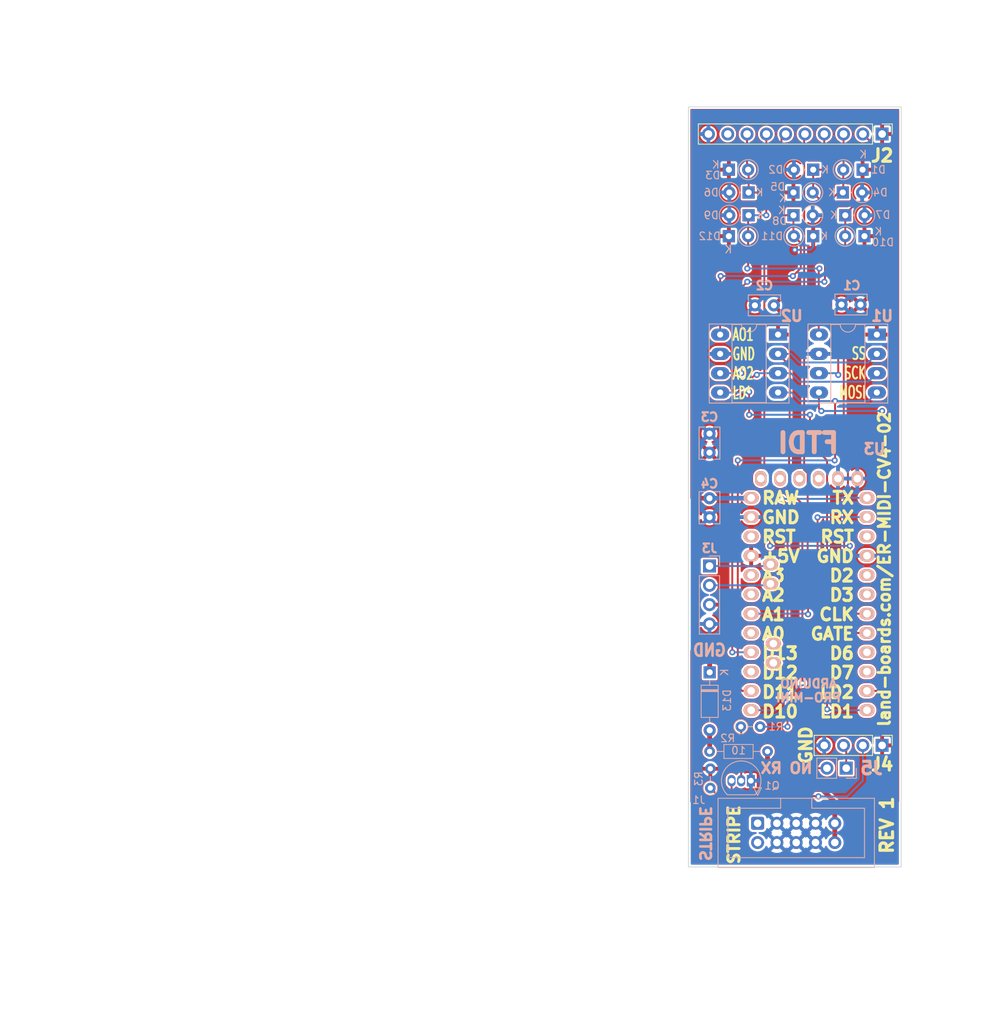
<source format=kicad_pcb>
(kicad_pcb (version 20211014) (generator pcbnew)
  (title_block (title "SYNTH MIDI COMTROLLER") (date "2022-09-23") (rev "1") (company "LAND BOARDS, LLC"))
  (layers (0 "F.Cu" signal) (31 "B.Cu" signal) (34 "B.Paste" user) (35 "F.Paste" user) (36 "B.SilkS" user "B.Silkscreen") (37 "F.SilkS" user "F.Silkscreen") (38 "B.Mask" user) (39 "F.Mask" user) (44 "Edge.Cuts" user))
  (net 0 "")
  (net 1 "+5V")
  (net 2 "+12V")
  (net 5 "Net-(J5-Pad2)")
  (net 6 "GND")
  (net 7 "+12P")
  (net 8 "Net-(D13-Pad2)")
  (net 9 "/SCK")
  (net 10 "/MOSI")
  (net 11 "/CLK")
  (net 12 "/GATE")
  (net 13 "/LDAC2*")
  (net 14 "/LDAC1*")
  (net 20 "/CV2_D")
  (net 21 "/CV1_D")
  (net 22 "/CV3_D")
  (net 23 "/CV4_D")
  (net 24 "/SDA")
  (net 25 "/SCL")
  (net 32 "/POT")
  (net 35 "/SS")
  (net 38 "/RBO")
  (net 39 "/TXD")
  (net 40 "/MIDI_OUT")
  (net 41 "/MIDI_IN")
  (footprint "Connector_PinHeader_2.54mm:PinHeader_1x10_P2.54mm_Vertical" (layer "F.Cu") (at 126.5 35.56 -90)
    (fp_text reference "J2" (at 2.84 -0.000001) (layer "F.SilkS") (effects (font (size 1.651 1.651) (thickness 0.41275))))
    (fp_text value "HEADER, STRT, 1x10")
    (pad "1" thru_hole rect (at 0 0 270) (size 1.7 1.7) (drill 1) (layers *.Cu *.Mask) (net 1 "+5V"))
    (pad "2" thru_hole oval (at 0 2.54 270) (size 1.7 1.7) (drill 1) (layers *.Cu *.Mask) (net 12 "/GATE"))
    (pad "3" thru_hole oval (at 0 5.08 270) (size 1.7 1.7) (drill 1) (layers *.Cu *.Mask) (net 23 "/CV4_D"))
    (pad "4" thru_hole oval (at 0 7.62 270) (size 1.7 1.7) (drill 1) (layers *.Cu *.Mask) (net 20 "/CV2_D"))
    (pad "5" thru_hole oval (at 0 10.16 270) (size 1.7 1.7) (drill 1) (layers *.Cu *.Mask) (net 32 "/POT"))
    (pad "6" thru_hole oval (at 0 12.7 270) (size 1.7 1.7) (drill 1) (layers *.Cu *.Mask) (net 21 "/CV1_D"))
    (pad "7" thru_hole oval (at 0 15.24 270) (size 1.7 1.7) (drill 1) (layers *.Cu *.Mask) (net 22 "/CV3_D"))
    (pad "8" thru_hole oval (at 0 17.78 270) (size 1.7 1.7) (drill 1) (layers *.Cu *.Mask) (net 11 "/CLK"))
    (pad "9" thru_hole oval (at 0 20.32 270) (size 1.7 1.7) (drill 1) (layers *.Cu *.Mask))
    (pad "10" thru_hole oval (at 0 22.86 270) (size 1.7 1.7) (drill 1) (layers *.Cu *.Mask) (net 6 "GND"))
  )
  (footprint "Connector_PinHeader_2.54mm:PinHeader_1x04_P2.54mm_Vertical" (layer "F.Cu") (at 126.5 116 -90)
    (fp_text reference "J4" (at 2.5 0) (layer "F.SilkS") (effects (font (size 1.651 1.651) (thickness 0.41275))))
    (fp_text value "HEADER, STRT, 1x4")
    (pad "1" thru_hole rect (at 0 0 270) (size 1.7 1.7) (drill 1) (layers *.Cu *.Mask) (net 1 "+5V"))
    (pad "2" thru_hole oval (at 0 2.54 270) (size 1.7 1.7) (drill 1) (layers *.Cu *.Mask) (net 40 "/MIDI_OUT"))
    (pad "3" thru_hole oval (at 0 5.08 270) (size 1.7 1.7) (drill 1) (layers *.Cu *.Mask) (net 41 "/MIDI_IN"))
    (pad "4" thru_hole oval (at 0 7.62 270) (size 1.7 1.7) (drill 1) (layers *.Cu *.Mask) (net 6 "GND"))
  )
  (footprint "Diode_THT:D_DO-35_SOD27_P2.54mm_Vertical_KathodeUp" (layer "B.Cu") (at 114.824315 46.25)
    (fp_text reference "D8" (at -1.824312 0.750008) (layer "B.SilkS") (effects (justify mirror)))
    (fp_text value "BAT41")
    (fp_text user "K" (at -1.540315 -0.657) (layer "B.SilkS") (effects (justify mirror)))
    (pad "1" thru_hole rect (at 0 0) (size 1.6 1.6) (drill 0.8) (layers *.Cu *.Mask) (net 21 "/CV1_D"))
    (pad "2" thru_hole oval (at 2.54 0) (size 1.6 1.6) (drill 0.8) (layers *.Cu *.Mask) (net 6 "GND"))
  )
  (footprint "Resistor_THT:R_Axial_DIN0204_L3.6mm_D1.6mm_P2.54mm_Vertical" (layer "B.Cu") (at 107.9 113.538)
    (fp_text reference "R1" (at 4.622 0) (layer "B.SilkS") (effects (justify mirror)))
    (fp_text value "2.2K")
    (pad "1" thru_hole circle (at 0 0) (size 1.4 1.4) (drill 0.7) (layers *.Cu *.Mask) (net 38 "/RBO"))
    (pad "2" thru_hole oval (at 2.54 0) (size 1.4 1.4) (drill 0.7) (layers *.Cu *.Mask) (net 39 "/TXD"))
  )
  (footprint "Connector_PinHeader_2.54mm:PinHeader_1x02_P2.54mm_Vertical" (layer "B.Cu") (at 121.775 119 90)
    (fp_text reference "J5" (at 0 3.325) (layer "B.SilkS") (effects (font (size 1.651 1.651) (thickness 0.41275)) (justify mirror)))
    (fp_text value "HEADER, STRT, 1x2")
    (pad "1" thru_hole rect (at 0 0 90) (size 1.7 1.7) (drill 1) (layers *.Cu *.Mask) (net 41 "/MIDI_IN"))
    (pad "2" thru_hole oval (at 0 -2.54 90) (size 1.7 1.7) (drill 1) (layers *.Cu *.Mask) (net 5 "Net-(J5-Pad2)"))
  )
  (footprint "Diode_THT:D_DO-35_SOD27_P2.54mm_Vertical_KathodeUp" (layer "B.Cu") (at 106.324315 40.25)
    (fp_text reference "D3" (at -2.12432 0.749994) (layer "B.SilkS") (effects (justify mirror)))
    (fp_text value "BAT41")
    (fp_text user "K" (at -1.724315 -0.65) (layer "B.SilkS") (effects (justify mirror)))
    (pad "1" thru_hole rect (at 0 0) (size 1.6 1.6) (drill 0.8) (layers *.Cu *.Mask) (net 1 "+5V"))
    (pad "2" thru_hole oval (at 2.54 0) (size 1.6 1.6) (drill 0.8) (layers *.Cu *.Mask) (net 11 "/CLK"))
  )
  (footprint "Capacitor_THT:C_Rect_L4.0mm_W2.5mm_P2.50mm" (layer "B.Cu") (at 123.65 58 180)
    (fp_text reference "C1" (at 1.15 2.5) (layer "B.SilkS") (effects (font (size 1.143 1.143) (thickness 0.28575)) (justify mirror)))
    (fp_text value "0.1uF")
    (pad "1" thru_hole circle (at 0 0 180) (size 1.6 1.6) (drill 0.8) (layers *.Cu *.Mask) (net 1 "+5V"))
    (pad "2" thru_hole circle (at 2.5 0 180) (size 1.6 1.6) (drill 0.8) (layers *.Cu *.Mask) (net 6 "GND"))
  )
  (footprint "Resistor_THT:R_Axial_DIN0204_L3.6mm_D1.6mm_P2.54mm_Vertical" (layer "B.Cu") (at 103.886 121.616 90)
    (fp_text reference "R3" (at 1.23 -1.524 90) (layer "B.SilkS") (effects (justify mirror)))
    (fp_text value "470")
    (pad "1" thru_hole circle (at 0 0 90) (size 1.4 1.4) (drill 0.7) (layers *.Cu *.Mask) (net 40 "/MIDI_OUT"))
    (pad "2" thru_hole oval (at 2.54 0 90) (size 1.4 1.4) (drill 0.7) (layers *.Cu *.Mask) (net 1 "+5V"))
  )
  (footprint "Diode_THT:D_DO-35_SOD27_P2.54mm_Vertical_KathodeUp" (layer "B.Cu") (at 106.324315 49)
    (fp_text reference "D12" (at -2.524319 0.000004) (layer "B.SilkS") (effects (justify mirror)))
    (fp_text value "BAT41")
    (fp_text user "K" (at -0.074315 1.75) (layer "B.SilkS") (effects (justify mirror)))
    (pad "1" thru_hole rect (at 0 0) (size 1.6 1.6) (drill 0.8) (layers *.Cu *.Mask) (net 1 "+5V"))
    (pad "2" thru_hole oval (at 2.54 0) (size 1.6 1.6) (drill 0.8) (layers *.Cu *.Mask) (net 22 "/CV3_D"))
  )
  (footprint "Package_DIP:DIP-8_W7.62mm_Socket_LongPads" (layer "B.Cu") (at 125.8 61.95 180)
    (fp_text reference "U1" (at -0.7 2.45) (layer "B.SilkS") (effects (font (size 1.397 1.397) (thickness 0.34925)) (justify mirror)))
    (fp_text value "MCP4822-E/P")
    (pad "1" thru_hole rect (at 0 0 180) (size 2.4 1.6) (drill 0.8) (layers *.Cu *.Mask) (net 1 "+5V"))
    (pad "2" thru_hole oval (at 0 -2.54 180) (size 2.4 1.6) (drill 0.8) (layers *.Cu *.Mask) (net 35 "/SS"))
    (pad "3" thru_hole oval (at 0 -5.08 180) (size 2.4 1.6) (drill 0.8) (layers *.Cu *.Mask) (net 9 "/SCK"))
    (pad "4" thru_hole oval (at 0 -7.62 180) (size 2.4 1.6) (drill 0.8) (layers *.Cu *.Mask) (net 10 "/MOSI"))
    (pad "5" thru_hole oval (at 7.62 -7.62 180) (size 2.4 1.6) (drill 0.8) (layers *.Cu *.Mask) (net 13 "/LDAC2*"))
    (pad "6" thru_hole oval (at 7.62 -5.08 180) (size 2.4 1.6) (drill 0.8) (layers *.Cu *.Mask) (net 23 "/CV4_D"))
    (pad "7" thru_hole oval (at 7.62 -2.54 180) (size 2.4 1.6) (drill 0.8) (layers *.Cu *.Mask) (net 6 "GND"))
    (pad "8" thru_hole oval (at 7.62 0 180) (size 2.4 1.6) (drill 0.8) (layers *.Cu *.Mask) (net 22 "/CV3_D"))
  )
  (footprint "Capacitor_THT:C_Rect_L4.0mm_W2.5mm_P2.50mm" (layer "B.Cu") (at 103.775 83.481 -90)
    (fp_text reference "C4" (at -1.904988 -0.000002) (layer "B.SilkS") (effects (font (size 1.143 1.143) (thickness 0.28575)) (justify mirror)))
    (fp_text value "0.1uF")
    (pad "1" thru_hole circle (at 0 0 270) (size 1.6 1.6) (drill 0.8) (layers *.Cu *.Mask) (net 7 "+12P"))
    (pad "2" thru_hole circle (at 2.5 0 270) (size 1.6 1.6) (drill 0.8) (layers *.Cu *.Mask) (net 6 "GND"))
  )
  (footprint "Package_DIP:DIP-8_W7.62mm_Socket_LongPads" (layer "B.Cu") (at 112.8 61.95 180)
    (fp_text reference "U2" (at -1.799999 2.45) (layer "B.SilkS") (effects (font (size 1.397 1.397) (thickness 0.34925)) (justify mirror)))
    (fp_text value "MCP4822-E/P")
    (pad "1" thru_hole rect (at 0 0 180) (size 2.4 1.6) (drill 0.8) (layers *.Cu *.Mask) (net 1 "+5V"))
    (pad "2" thru_hole oval (at 0 -2.54 180) (size 2.4 1.6) (drill 0.8) (layers *.Cu *.Mask) (net 35 "/SS"))
    (pad "3" thru_hole oval (at 0 -5.08 180) (size 2.4 1.6) (drill 0.8) (layers *.Cu *.Mask) (net 9 "/SCK"))
    (pad "4" thru_hole oval (at 0 -7.62 180) (size 2.4 1.6) (drill 0.8) (layers *.Cu *.Mask) (net 10 "/MOSI"))
    (pad "5" thru_hole oval (at 7.62 -7.62 180) (size 2.4 1.6) (drill 0.8) (layers *.Cu *.Mask) (net 14 "/LDAC1*"))
    (pad "6" thru_hole oval (at 7.62 -5.08 180) (size 2.4 1.6) (drill 0.8) (layers *.Cu *.Mask) (net 20 "/CV2_D"))
    (pad "7" thru_hole oval (at 7.62 -2.54 180) (size 2.4 1.6) (drill 0.8) (layers *.Cu *.Mask) (net 6 "GND"))
    (pad "8" thru_hole oval (at 7.62 0 180) (size 2.4 1.6) (drill 0.8) (layers *.Cu *.Mask) (net 21 "/CV1_D"))
  )
  (footprint "Diode_THT:D_DO-35_SOD27_P2.54mm_Vertical_KathodeUp" (layer "B.Cu") (at 114.824315 43.25)
    (fp_text reference "D5" (at -2.074325 -0.750009) (layer "B.SilkS") (effects (justify mirror)))
    (fp_text value "BAT41")
    (fp_text user "K" (at -1.413315 0.75) (layer "B.SilkS") (effects (justify mirror)))
    (pad "1" thru_hole rect (at 0 0) (size 1.6 1.6) (drill 0.8) (layers *.Cu *.Mask) (net 1 "+5V"))
    (pad "2" thru_hole oval (at 2.54 0) (size 1.6 1.6) (drill 0.8) (layers *.Cu *.Mask) (net 20 "/CV2_D"))
  )
  (footprint "Diode_THT:D_DO-35_SOD27_P2.54mm_Vertical_KathodeUp" (layer "B.Cu") (at 121.648629 46.25)
    (fp_text reference "D7" (at 4.951372 -0.049991) (layer "B.SilkS") (effects (justify mirror)))
    (fp_text value "BAT41")
    (fp_text user "K" (at -1.506629 -0.022) (layer "B.SilkS") (effects (justify mirror)))
    (pad "1" thru_hole rect (at 0 0) (size 1.6 1.6) (drill 0.8) (layers *.Cu *.Mask) (net 12 "/GATE"))
    (pad "2" thru_hole oval (at 2.54 0) (size 1.6 1.6) (drill 0.8) (layers *.Cu *.Mask) (net 6 "GND"))
  )
  (footprint "Diode_THT:D_DO-35_SOD27_P2.54mm_Vertical_KathodeUp" (layer "B.Cu") (at 123.925686 40.25 180)
    (fp_text reference "D1" (at -2.074316 -0.000008) (layer "B.SilkS") (effects (justify mirror)))
    (fp_text value "BAT41")
    (fp_text user "K" (at -0.074314 2) (layer "B.SilkS") (effects (justify mirror)))
    (pad "1" thru_hole rect (at 0 0 180) (size 1.6 1.6) (drill 0.8) (layers *.Cu *.Mask) (net 1 "+5V"))
    (pad "2" thru_hole oval (at 2.54 0 180) (size 1.6 1.6) (drill 0.8) (layers *.Cu *.Mask) (net 23 "/CV4_D"))
  )
  (footprint "Connector_IDC:IDC-Header_2x05_P2.54mm_Vertical" (layer "B.Cu") (at 110.109 126.2475 -90)
    (fp_text reference "J1" (at -3.0575 7.747 180) (layer "B.SilkS") (effects (justify mirror)))
    (fp_text value "CONN, IDC, 2X5")
    (pad "1" thru_hole roundrect (at 0 0 270) (size 1.7 1.7) (drill 1) (layers *.Cu *.Mask) (roundrect_rratio 0.1470588235))
    (pad "2" thru_hole circle (at 2.54 0 270) (size 1.7 1.7) (drill 1) (layers *.Cu *.Mask))
    (pad "3" thru_hole circle (at 0 -2.54 270) (size 1.7 1.7) (drill 1) (layers *.Cu *.Mask) (net 6 "GND"))
    (pad "4" thru_hole circle (at 2.54 -2.54 270) (size 1.7 1.7) (drill 1) (layers *.Cu *.Mask) (net 6 "GND"))
    (pad "5" thru_hole circle (at 0 -5.08 270) (size 1.7 1.7) (drill 1) (layers *.Cu *.Mask) (net 6 "GND"))
    (pad "6" thru_hole circle (at 2.54 -5.08 270) (size 1.7 1.7) (drill 1) (layers *.Cu *.Mask) (net 6 "GND"))
    (pad "7" thru_hole circle (at 0 -7.62 270) (size 1.7 1.7) (drill 1) (layers *.Cu *.Mask) (net 6 "GND"))
    (pad "8" thru_hole circle (at 2.54 -7.62 270) (size 1.7 1.7) (drill 1) (layers *.Cu *.Mask) (net 6 "GND"))
    (pad "9" thru_hole circle (at 0 -10.16 270) (size 1.7 1.7) (drill 1) (layers *.Cu *.Mask) (net 2 "+12V"))
    (pad "10" thru_hole circle (at 2.54 -10.16 270) (size 1.7 1.7) (drill 1) (layers *.Cu *.Mask) (net 2 "+12V"))
  )
  (footprint "Diode_THT:D_DO-35_SOD27_P2.54mm_Vertical_KathodeUp" (layer "B.Cu") (at 117.425686 49 180)
    (fp_text reference "D11" (at 5.425681 -0.000004) (layer "B.SilkS") (effects (justify mirror)))
    (fp_text value "BAT41")
    (fp_text user "K" (at -1.446314 0) (layer "B.SilkS") (effects (justify mirror)))
    (pad "1" thru_hole rect (at 0 0 180) (size 1.6 1.6) (drill 0.8) (layers *.Cu *.Mask) (net 1 "+5V"))
    (pad "2" thru_hole oval (at 2.54 0 180) (size 1.6 1.6) (drill 0.8) (layers *.Cu *.Mask) (net 21 "/CV1_D"))
  )
  (footprint "Diode_THT:D_DO-35_SOD27_P2.54mm_Vertical_KathodeUp" (layer "B.Cu") (at 117.425686 40.25 180)
    (fp_text reference "D2" (at 4.925682 -0.000008) (layer "B.SilkS") (effects (justify mirror)))
    (fp_text value "BAT41")
    (fp_text user "K" (at -1.574314 0) (layer "B.SilkS") (effects (justify mirror)))
    (pad "1" thru_hole rect (at 0 0 180) (size 1.6 1.6) (drill 0.8) (layers *.Cu *.Mask) (net 20 "/CV2_D"))
    (pad "2" thru_hole oval (at 2.54 0 180) (size 1.6 1.6) (drill 0.8) (layers *.Cu *.Mask) (net 6 "GND"))
  )
  (footprint "LandBoards_BoardOutlines:ArduProMini" (layer "B.Cu") (at 127.040005 77.080008 180)
    (fp_text reference "U3" (at 1.540005 0.080008) (layer "B.SilkS") (effects (font (size 1.397 1.397) (thickness 0.34925)) (justify mirror)))
    (fp_text value "ARDUINO PRO MINI 5V" hide)
    (pad "1" thru_hole oval locked (at 3.81 -3.81 180) (size 1.524 2) (drill 1) (layers *.Cu *.Mask "B.SilkS") (net 6 "GND"))
    (pad "2" thru_hole oval locked (at 6.35 -3.81 180) (size 1.524 2) (drill 1) (layers *.Cu *.Mask "B.SilkS") (net 6 "GND"))
    (pad "3" thru_hole oval locked (at 8.89 -3.81 180) (size 1.524 2) (drill 1) (layers *.Cu *.Mask "B.SilkS"))
    (pad "4" thru_hole oval locked (at 11.43 -3.81 180) (size 1.524 2) (drill 1) (layers *.Cu *.Mask "B.SilkS"))
    (pad "5" thru_hole oval locked (at 13.97 -3.81 180) (size 1.524 2) (drill 1) (layers *.Cu *.Mask "B.SilkS"))
    (pad "6" thru_hole oval locked (at 16.51 -3.81 180) (size 1.524 2) (drill 1) (layers *.Cu *.Mask "B.SilkS"))
    (pad "7" thru_hole oval locked (at 2.54 -6.35 180) (size 2 1.524) (drill 1) (layers *.Cu *.Mask "B.SilkS") (net 39 "/TXD"))
    (pad "8" thru_hole oval locked (at 2.54 -8.89 180) (size 2 1.524) (drill 1) (layers *.Cu *.Mask "B.SilkS") (net 5 "Net-(J5-Pad2)"))
    (pad "9" thru_hole oval locked (at 2.54 -11.43 180) (size 2 1.524) (drill 1) (layers *.Cu *.Mask "B.SilkS"))
    (pad "10" thru_hole oval locked (at 2.54 -13.97 180) (size 2 1.524) (drill 1) (layers *.Cu *.Mask "B.SilkS") (net 6 "GND"))
    (pad "11" thru_hole oval locked (at 2.54 -16.51 180) (size 2 1.524) (drill 1) (layers *.Cu *.Mask "B.SilkS"))
    (pad "12" thru_hole oval locked (at 2.54 -19.05 180) (size 2 1.524) (drill 1) (layers *.Cu *.Mask "B.SilkS"))
    (pad "13" thru_hole oval locked (at 2.54 -21.59 180) (size 2 1.524) (drill 1) (layers *.Cu *.Mask "B.SilkS") (net 11 "/CLK"))
    (pad "14" thru_hole oval locked (at 2.54 -24.13 180) (size 2 1.524) (drill 1) (layers *.Cu *.Mask "B.SilkS") (net 12 "/GATE"))
    (pad "15" thru_hole oval locked (at 2.54 -26.67 180) (size 2 1.524) (drill 1) (layers *.Cu *.Mask "B.SilkS"))
    (pad "16" thru_hole oval locked (at 2.54 -29.21 180) (size 2 1.524) (drill 1) (layers *.Cu *.Mask "B.SilkS"))
    (pad "17" thru_hole oval locked (at 2.54 -31.75 180) (size 2 1.524) (drill 1) (layers *.Cu *.Mask "B.SilkS") (net 13 "/LDAC2*"))
    (pad "18" thru_hole oval locked (at 2.54 -34.29 180) (size 2 1.524) (drill 1) (layers *.Cu *.Mask "B.SilkS") (net 14 "/LDAC1*"))
    (pad "19" thru_hole oval locked (at 17.78 -6.35 180) (size 2 1.524) (drill 1) (layers *.Cu *.Mask "B.SilkS") (net 7 "+12P"))
    (pad "20" thru_hole oval locked (at 17.78 -8.89 180) (size 2 1.524) (drill 1) (layers *.Cu *.Mask "B.SilkS") (net 6 "GND"))
    (pad "21" thru_hole oval locked (at 17.78 -11.43 180) (size 2 1.524) (drill 1) (layers *.Cu *.Mask "B.SilkS"))
    (pad "22" thru_hole oval locked (at 17.78 -13.97 180) (size 2 1.524) (drill 1) (layers *.Cu *.Mask "B.SilkS") (net 1 "+5V"))
    (pad "23" thru_hole oval locked (at 17.78 -16.51 180) (size 2 1.524) (drill 1) (layers *.Cu *.Mask "B.SilkS"))
    (pad "24" thru_hole oval locked (at 17.78 -19.05 180) (size 2 1.524) (drill 1) (layers *.Cu *.Mask "B.SilkS"))
    (pad "25" thru_hole oval locked (at 17.78 -21.59 180) (size 2 1.524) (drill 1) (layers *.Cu *.Mask "B.SilkS") (net 32 "/POT"))
    (pad "26" thru_hole oval locked (at 17.78 -24.13 180) (size 2 1.524) (drill 1) (layers *.Cu *.Mask "B.SilkS"))
    (pad "27" thru_hole oval locked (at 17.78 -26.67 180) (size 2 1.524) (drill 1) (layers *.Cu *.Mask "B.SilkS") (net 9 "/SCK"))
    (pad "28" thru_hole oval locked (at 17.78 -29.21 180) (size 2 1.524) (drill 1) (layers *.Cu *.Mask "B.SilkS"))
    (pad "29" thru_hole oval locked (at 17.78 -31.75 180) (size 2 1.524) (drill 1) (layers *.Cu *.Mask "B.SilkS") (net 10 "/MOSI"))
    (pad "30" thru_hole oval locked (at 17.78 -34.29 180) (size 2 1.524) (drill 1) (layers *.Cu *.Mask "B.SilkS") (net 35 "/SS"))
    (pad "31" thru_hole oval locked (at 15.24 -15.113 180) (size 2 1.524) (drill 1) (layers *.Cu *.Mask "B.SilkS") (net 25 "/SCL"))
    (pad "32" thru_hole oval locked (at 15.24 -17.653 180) (size 2 1.524) (drill 1) (layers *.Cu *.Mask "B.SilkS") (net 24 "/SDA"))
    (pad "34" thru_hole oval locked (at 14.859 -25.527 180) (size 2 1.524) (drill 1) (layers *.Cu *.Mask "B.SilkS"))
    (pad "35" thru_hole oval locked (at 14.859 -28.067 180) (size 2 1.524) (drill 1) (layers *.Cu *.Mask "B.SilkS"))
  )
  (footprint "Capacitor_THT:C_Rect_L4.0mm_W2.5mm_P2.50mm" (layer "B.Cu") (at 103.775 77.481 90)
    (fp_text reference "C3" (at 4.679012 0.000002 180) (layer "B.SilkS") (effects (font (size 1.143 1.143) (thickness 0.28575)) (justify mirror)))
    (fp_text value "0.1uF")
    (pad "1" thru_hole circle (at 0 0 90) (size 1.6 1.6) (drill 0.8) (layers *.Cu *.Mask) (net 1 "+5V"))
    (pad "2" thru_hole circle (at 2.5 0 90) (size 1.6 1.6) (drill 0.8) (layers *.Cu *.Mask) (net 6 "GND"))
  )
  (footprint "Diode_THT:D_DO-35_SOD27_P2.54mm_Vertical_KathodeUp" (layer "B.Cu") (at 108.925686 43.25 180)
    (fp_text reference "D6" (at 4.925691 -0.000002) (layer "B.SilkS") (effects (justify mirror)))
    (fp_text value "BAT41")
    (fp_text user "K" (at -1.437314 0) (layer "B.SilkS") (effects (justify mirror)))
    (pad "1" thru_hole rect (at 0 0 180) (size 1.6 1.6) (drill 0.8) (layers *.Cu *.Mask) (net 11 "/CLK"))
    (pad "2" thru_hole oval (at 2.54 0 180) (size 1.6 1.6) (drill 0.8) (layers *.Cu *.Mask) (net 6 "GND"))
  )
  (footprint "Capacitor_THT:C_Rect_L4.0mm_W2.5mm_P2.50mm" (layer "B.Cu") (at 112.25 58.1 180)
    (fp_text reference "C2" (at 1.25 2.6 180) (layer "B.SilkS") (effects (font (size 1.143 1.143) (thickness 0.28575)) (justify mirror)))
    (fp_text value "0.1uF")
    (pad "1" thru_hole circle (at 0 0 180) (size 1.6 1.6) (drill 0.8) (layers *.Cu *.Mask) (net 1 "+5V"))
    (pad "2" thru_hole circle (at 2.5 0 180) (size 1.6 1.6) (drill 0.8) (layers *.Cu *.Mask) (net 6 "GND"))
  )
  (footprint "Connector_PinHeader_2.54mm:PinHeader_1x04_P2.54mm_Vertical" (layer "B.Cu") (at 103.775 92.401 180)
    (fp_text reference "J3" (at -0.000002 2.330009) (layer "B.SilkS") (effects (font (size 1.143 1.143) (thickness 0.28575)) (justify mirror)))
    (fp_text value "Conn_01x04")
    (pad "1" thru_hole rect (at 0 0 180) (size 1.7 1.7) (drill 1) (layers *.Cu *.Mask) (net 25 "/SCL"))
    (pad "2" thru_hole oval (at 0 -2.54 180) (size 1.7 1.7) (drill 1) (layers *.Cu *.Mask) (net 24 "/SDA"))
    (pad "3" thru_hole oval (at 0 -5.08 180) (size 1.7 1.7) (drill 1) (layers *.Cu *.Mask) (net 1 "+5V"))
    (pad "4" thru_hole oval (at 0 -7.62 180) (size 1.7 1.7) (drill 1) (layers *.Cu *.Mask) (net 6 "GND"))
  )
  (footprint "Package_TO_SOT_THT:TO-92_Inline" (layer "B.Cu") (at 109.22 120.65 180)
    (fp_text reference "Q1" (at -2.794 -0.656) (layer "B.SilkS") (effects (justify mirror)))
    (fp_text value "2N3904")
    (pad "1" thru_hole rect (at 0 0 180) (size 1.05 1.5) (drill 0.75) (layers *.Cu *.Mask) (net 6 "GND"))
    (pad "2" thru_hole oval (at 1.27 0 180) (size 1.05 1.5) (drill 0.75) (layers *.Cu *.Mask) (net 38 "/RBO"))
    (pad "3" thru_hole oval (at 2.54 0 180) (size 1.05 1.5) (drill 0.75) (layers *.Cu *.Mask) (net 40 "/MIDI_OUT"))
  )
  (footprint "Resistor_THT:R_Axial_DIN0204_L3.6mm_D1.6mm_P7.62mm_Horizontal" (layer "B.Cu") (at 111.41 116.8 180)
    (fp_text reference "R2" (at 5.238 1.738) (layer "B.SilkS") (effects (justify mirror)))
    (fp_text value "10" (at 3.81 0.127) (layer "B.SilkS") (effects (justify mirror)))
    (pad "1" thru_hole circle (at 0 0 180) (size 1.4 1.4) (drill 0.7) (layers *.Cu *.Mask) (net 2 "+12V"))
    (pad "2" thru_hole oval (at 7.62 0 180) (size 1.4 1.4) (drill 0.7) (layers *.Cu *.Mask) (net 8 "Net-(D13-Pad2)"))
  )
  (footprint "Diode_THT:D_DO-35_SOD27_P2.54mm_Vertical_KathodeUp" (layer "B.Cu") (at 108.925686 46.25 180)
    (fp_text reference "D9" (at 4.925691 0.000004) (layer "B.SilkS") (effects (justify mirror)))
    (fp_text value "BAT41")
    (fp_text user "K" (at -1.437314 0.022) (layer "B.SilkS") (effects (justify mirror)))
    (pad "1" thru_hole rect (at 0 0 180) (size 1.6 1.6) (drill 0.8) (layers *.Cu *.Mask) (net 22 "/CV3_D"))
    (pad "2" thru_hole oval (at 2.54 0 180) (size 1.6 1.6) (drill 0.8) (layers *.Cu *.Mask) (net 6 "GND"))
  )
  (footprint "Diode_THT:D_DO-35_SOD27_P7.62mm_Horizontal" (layer "B.Cu") (at 103.8 106.39 -90)
    (fp_text reference "D13" (at 3.683 -2.286 90) (layer "B.SilkS") (effects (justify mirror)))
    (fp_text value "BAT41")
    (fp_text user "K" (at 0 -1.942 90) (layer "B.SilkS") (effects (justify mirror)))
    (pad "1" thru_hole rect (at 0 0 270) (size 1.6 1.6) (drill 0.8) (layers *.Cu *.Mask) (net 7 "+12P"))
    (pad "2" thru_hole oval (at 7.62 0 270) (size 1.6 1.6) (drill 0.8) (layers *.Cu *.Mask) (net 8 "Net-(D13-Pad2)"))
  )
  (footprint "Diode_THT:D_DO-35_SOD27_P2.54mm_Vertical_KathodeUp" (layer "B.Cu") (at 121.324315 43.25)
    (fp_text reference "D4" (at 4.925674 0.000002) (layer "B.SilkS") (effects (justify mirror)))
    (fp_text value "BAT41")
    (fp_text user "K" (at -1.436315 0) (layer "B.SilkS") (effects (justify mirror)))
    (pad "1" thru_hole rect (at 0 0) (size 1.6 1.6) (drill 0.8) (layers *.Cu *.Mask) (net 23 "/CV4_D"))
    (pad "2" thru_hole oval (at 2.54 0) (size 1.6 1.6) (drill 0.8) (layers *.Cu *.Mask) (net 6 "GND"))
  )
  (footprint "Diode_THT:D_DO-35_SOD27_P2.54mm_Vertical_KathodeUp" (layer "B.Cu") (at 124.175686 49 180)
    (fp_text reference "D10" (at -2.424315 -0.800002) (layer "B.SilkS") (effects (justify mirror)))
    (fp_text value "BAT41")
    (fp_text user "K" (at -1.824314 0.6) (layer "B.SilkS") (effects (justify mirror)))
    (pad "1" thru_hole rect (at 0 0 180) (size 1.6 1.6) (drill 0.8) (layers *.Cu *.Mask) (net 1 "+5V"))
    (pad "2" thru_hole oval (at 2.54 0 180) (size 1.6 1.6) (drill 0.8) (layers *.Cu *.Mask) (net 12 "/GATE"))
  )
  (gr_rect (start 101 32) (end 129 132) (layer "Edge.Cuts") (width 0.1) (fill none))
  (gr_text "ARDUINO\nPRO-MINI" (at 116.8 108.8) (layer "B.SilkS") (effects (font (size 1.143 1.143) (thickness 0.28575)) (justify mirror)))
  (gr_text "FTDI" (at 116.775 76.231) (layer "B.SilkS") (effects (font (size 2.54 2.54) (thickness 0.635)) (justify mirror)))
  (gr_text "GND" (at 103.775 103.481) (layer "B.SilkS") (effects (font (size 1.5748 1.397) (thickness 0.34925)) (justify mirror)))
  (gr_text "NO RX" (at 117.5 119) (layer "B.SilkS") (effects (font (size 1.397 1.397) (thickness 0.34925)) (justify left mirror)))
  (gr_text "STRIPE" (at 103.199997 127.599999 270) (layer "B.SilkS") (effects (font (size 1.397 1.397) (thickness 0.34925)) (justify mirror)))
  (gr_text "STRIPE" (at 106.999 127.75 90) (layer "F.SilkS") (effects (font (size 1.5 1.5) (thickness 0.375))))
  (gr_text "REV 1" (at 127.127 126.492 90) (layer "F.SilkS") (effects (font (size 1.651 1.651) (thickness 0.41275))))
  (gr_text "TX\nRX\nRST\nGND\nD2\nD3\nCLK\nGATE\nD6\nD7\nLD2\nLD1" (at 123.000008 97.500008) (layer "F.SilkS") (effects (font (size 1.5875 1.5875) (thickness 0.396875)) (justify right)))
  (gr_text "land-boards.com/ER-MIDI-CV4-02" (at 126.8 92.8 90) (layer "F.SilkS") (effects (font (size 1.5 1.5) (thickness 0.375))))
  (gr_text "GND" (at 116.459 113.284 90) (layer "F.SilkS") (effects (font (size 1.5875 1.5875) (thickness 0.396875)) (justify right)))
  (gr_text "AO1\nGND\nAO2\nLD*" (at 106.68 65.786) (layer "F.SilkS") (effects (font (size 1.5875 0.9525) (thickness 0.238125)) (justify left)))
  (gr_text "RAW\nGND\nRST\n+5V\nA3\nA2\nA1\nA0\nD13\nD12\nD11\nD10" (at 110.500008 97.500008) (layer "F.SilkS") (effects (font (size 1.5875 1.5875) (thickness 0.396875)) (justify left)))
  (gr_text "SS\nSCK\nMOSI" (at 124.500005 66.999993) (layer "F.SilkS") (effects (font (size 1.5875 0.9525) (thickness 0.238125)) (justify right)))
  (via (at 115 50.8) (size 0.8) (drill 0.4) (layers "F.Cu" "B.Cu") (net 1))
  (segment (start 117.425686 49) (end 117.425686 50.425686) (width 0.25) (layer "B.Cu") (net 1))
  (segment (start 117.425686 50.425686) (end 117.051372 50.8) (width 0.25) (layer "B.Cu") (net 1))
  (segment (start 117.051372 50.8) (end 115 50.8) (width 0.25) (layer "B.Cu") (net 1))
  (segment (start 114.2 121.8) (end 111.41 119.01) (width 0.635) (layer "F.Cu") (net 2))
  (segment (start 111.41 116.8) (end 111.41 119.01) (width 0.635) (layer "F.Cu") (net 2))
  (segment (start 120.269 128.7875) (end 120.269 126.2475) (width 0.635) (layer "F.Cu") (net 2))
  (segment (start 118.6 121.8) (end 114.2 121.8) (width 0.635) (layer "F.Cu") (net 2))
  (segment (start 120.269 126.2475) (end 120.269 123.469) (width 0.635) (layer "F.Cu") (net 2))
  (segment (start 120.269 123.469) (end 118.6 121.8) (width 0.635) (layer "F.Cu") (net 2))
  (segment (start 117 118.5) (end 117 111.5) (width 0.25) (layer "F.Cu") (net 5))
  (segment (start 117 111.5) (end 118 110.5) (width 0.25) (layer "F.Cu") (net 5))
  (segment (start 117.5 119) (end 117 118.5) (width 0.25) (layer "F.Cu") (net 5))
  (segment (start 119.235 119) (end 117.5 119) (width 0.25) (layer "F.Cu") (net 5))
  (segment (start 118 110.5) (end 118 86) (width 0.25) (layer "F.Cu") (net 5))
  (via (at 118 86) (size 0.8) (drill 0.4) (layers "F.Cu" "B.Cu") (net 5))
  (segment (start 118 86) (end 118.03 85.97) (width 0.25) (layer "B.Cu") (net 5))
  (segment (start 118.03 85.97) (end 124.5 85.97) (width 0.25) (layer "B.Cu") (net 5))
  (segment (start 102.319 83.481) (end 103.775 83.481) (width 0.635) (layer "F.Cu") (net 7))
  (segment (start 101.953 83.847) (end 102.319 83.481) (width 0.635) (layer "F.Cu") (net 7))
  (segment (start 103.8 105) (end 101.953 103.153) (width 0.635) (layer "F.Cu") (net 7))
  (segment (start 103.8 106.39) (end 103.8 105) (width 0.635) (layer "F.Cu") (net 7))
  (segment (start 102.519 83.481) (end 101.75 84.25) (width 0.25) (layer "F.Cu") (net 7))
  (segment (start 103.775 83.481) (end 102.519 83.481) (width 0.25) (layer "F.Cu") (net 7))
  (segment (start 101.953 103.153) (end 101.953 83.847) (width 0.635) (layer "F.Cu") (net 7))
  (segment (start 103.775002 83.481012) (end 109.209002 83.481012) (width 0.635) (layer "B.Cu") (net 7))
  (segment (start 103.8 114.01) (end 103.8 116.79) (width 0.635) (layer "F.Cu") (net 8))
  (segment (start 106.7755 103.75) (end 106.7755 70.2245) (width 0.25) (layer "F.Cu") (net 9))
  (segment (start 106.7755 70.2245) (end 109.75 67.25) (width 0.25) (layer "F.Cu") (net 9))
  (segment (start 109.75 67.25) (end 110 67.25) (width 0.25) (layer "F.Cu") (net 9))
  (via (at 110 67.25) (size 0.8) (drill 0.4) (layers "F.Cu" "B.Cu") (net 9))
  (via (at 106.7755 103.75) (size 0.8) (drill 0.4) (layers "F.Cu" "B.Cu") (net 9))
  (segment (start 112.8 67.03) (end 114.47096 67.03) (width 0.25) (layer "B.Cu") (net 9))
  (segment (start 110 67.25) (end 110.22 67.03) (width 0.25) (layer "B.Cu") (net 9))
  (segment (start 109.26 103.75) (end 106.7755 103.75) (width 0.25) (layer "B.Cu") (net 9))
  (segment (start 114.47096 67.03) (end 115.59548 68.15452) (width 0.25) (layer "B.Cu") (net 9))
  (segment (start 124.67548 68.15452) (end 125.8 67.03) (width 0.25) (layer "B.Cu") (net 9))
  (segment (start 110.22 67.03) (end 112.8 67.03) (width 0.25) (layer "B.Cu") (net 9))
  (segment (start 115.59548 68.15452) (end 124.67548 68.15452) (width 0.25) (layer "B.Cu") (net 9))
  (segment (start 120.30548 70.69452) (end 120.30548 78.19452) (width 0.25) (layer "F.Cu") (net 10))
  (segment (start 120.30548 78.19452) (end 120.30548 78.44452) (width 0.25) (layer "F.Cu") (net 10))
  (segment (start 107.5 108.25) (end 108.08 108.83) (width 0.25) (layer "F.Cu") (net 10))
  (segment (start 108.08 108.83) (end 109.26 108.83) (width 0.25) (layer "F.Cu") (net 10))
  (segment (start 107.5 78.5) (end 107.5 108.25) (width 0.25) (layer "F.Cu") (net 10))
  (segment (start 120.30548 78.44452) (end 120.25 78.5) (width 0.25) (layer "F.Cu") (net 10))
  (via (at 120.25 78.5) (size 0.8) (drill 0.4) (layers "F.Cu" "B.Cu") (net 10))
  (via (at 120.30548 70.69452) (size 0.8) (drill 0.4) (layers "F.Cu" "B.Cu") (net 10))
  (via (at 107.5 78.5) (size 0.8) (drill 0.4) (layers "F.Cu" "B.Cu") (net 10))
  (segment (start 115.69452 70.69452) (end 120.30548 70.69452) (width 0.25) (layer "B.Cu") (net 10))
  (segment (start 112.8 69.57) (end 114.57 69.57) (width 0.25) (layer "B.Cu") (net 10))
  (segment (start 114.57 69.57) (end 115.69452 70.69452) (width 0.25) (layer "B.Cu") (net 10))
  (segment (start 120.30548 70.69452) (end 124.67548 70.69452) (width 0.25) (layer "B.Cu") (net 10))
  (segment (start 120.25 78.5) (end 107.5 78.5) (width 0.25) (layer "B.Cu") (net 10))
  (segment (start 124.67548 70.69452) (end 125.8 69.57) (width 0.25) (layer "B.Cu") (net 10))
  (segment (start 110.994511 47.494511) (end 110.994511 79.005489) (width 0.25) (layer "F.Cu") (net 11))
  (segment (start 122.25 89.75) (end 122.25 98.25) (width 0.25) (layer "F.Cu") (net 11))
  (segment (start 108.72 35.56) (end 108.72 40.105685) (width 0.25) (layer "F.Cu") (net 11))
  (segment (start 110.994511 79.005489) (end 111.75 79.760978) (width 0.25) (layer "F.Cu") (net 11))
  (segment (start 110 43.25) (end 110.5 43.75) (width 0.25) (layer "F.Cu") (net 11))
  (segment (start 122.25 98.25) (end 122.67 98.67) (width 0.25) (layer "F.Cu") (net 11))
  (segment (start 111.75 79.760978) (end 111.75 89.75) (width 0.25) (layer "F.Cu") (net 11))
  (segment (start 108.925686 43.25) (end 110 43.25) (width 0.25) (layer "F.Cu") (net 11))
  (segment (start 110.5 43.75) (end 110.5 47) (width 0.25) (layer "F.Cu") (net 11))
  (segment (start 122.67 98.67) (end 124.5 98.67) (width 0.25) (layer "F.Cu") (net 11))
  (segment (start 108.925686 43.25) (end 108.925686 40.311371) (width 0.25) (layer "F.Cu") (net 11))
  (segment (start 110.5 47) (end 110.994511 47.494511) (width 0.25) (layer "F.Cu") (net 11))
  (via (at 111.75 89.75) (size 0.8) (drill 0.4) (layers "F.Cu" "B.Cu") (net 11))
  (via (at 122.25 89.75) (size 0.8) (drill 0.4) (layers "F.Cu" "B.Cu") (net 11))
  (segment (start 111.75 89.75) (end 122.25 89.75) (width 0.25) (layer "B.Cu") (net 11))
  (segment (start 121.635686 54.200031) (end 121.635686 49) (width 0.25) (layer "F.Cu") (net 12))
  (segment (start 125.25 44.5) (end 126.5 43.25) (width 0.25) (layer "F.Cu") (net 12))
  (segment (start 121.5 101) (end 121.5 83.75) (width 0.25) (layer "F.Cu") (net 12))
  (segment (start 126.5 38.1) (end 123.96 35.56) (width 0.25) (layer "F.Cu") (net 12))
  (segment (start 119.8 56.035718) (end 121.635686 54.200031) (width 0.25) (layer "F.Cu") (net 12))
  (segment (start 122 79.25) (end 121.445489 78.695489) (width 0.25) (layer "F.Cu") (net 12))
  (segment (start 119.8 59.6) (end 119.8 56.035718) (width 0.25) (layer "F.Cu") (net 12))
  (segment (start 121.445489 78.695489) (end 121.445489 61.245489) (width 0.25) (layer "F.Cu") (net 12))
  (segment (start 121.71 101.21) (end 121.5 101) (width 0.25) (layer "F.Cu") (net 12))
  (segment (start 121.5 83.75) (end 122 83.25) (width 0.25) (layer "F.Cu") (net 12))
  (segment (start 121.648629 46.25) (end 121.648629 48.987057) (width 0.25) (layer "F.Cu") (net 12))
  (segment (start 122 83.25) (end 122 79.25) (width 0.25) (layer "F.Cu") (net 12))
  (segment (start 121.648629 46.101371) (end 123.25 44.5) (width 0.25) (layer "F.Cu") (net 12))
  (segment (start 124.5 101.21) (end 121.71 101.21) (width 0.25) (layer "F.Cu") (net 12))
  (segment (start 123.25 44.5) (end 125.25 44.5) (width 0.25) (layer "F.Cu") (net 12))
  (segment (start 126.5 43.25) (end 126.5 38.1) (width 0.25) (layer "F.Cu") (net 12))
  (segment (start 121.445489 61.245489) (end 119.8 59.6) (width 0.25) (layer "F.Cu") (net 12))
  (segment (start 118.18 71.68) (end 118.5 72) (width 0.25) (layer "F.Cu") (net 13))
  (segment (start 126.5 108.5) (end 126.5 72) (width 0.25) (layer "F.Cu") (net 13))
  (segment (start 118.18 69.57) (end 118.18 71.68) (width 0.25) (layer "F.Cu") (net 13))
  (segment (start 124.500005 108.830008) (end 126.169992 108.830008) (width 0.25) (layer "F.Cu") (net 13))
  (segment (start 126.169992 108.830008) (end 126.5 108.5) (width 0.25) (layer "F.Cu") (net 13))
  (via (at 118.5 72) (size 0.8) (drill 0.4) (layers "F.Cu" "B.Cu") (net 13))
  (via (at 126.5 72) (size 0.8) (drill 0.4) (layers "F.Cu" "B.Cu") (net 13))
  (segment (start 126.5 72) (end 118.5 72) (width 0.25) (layer "B.Cu") (net 13))
  (segment (start 117 76.25) (end 119.25 78.5) (width 0.25) (layer "F.Cu") (net 14))
  (segment (start 117 72.5) (end 117 76.25) (width 0.25) (layer "F.Cu") (net 14))
  (segment (start 109 69.5) (end 109 72.5) (width 0.25) (layer "F.Cu") (net 14))
  (segment (start 119.25 78.5) (end 119.25 111.25) (width 0.25) (layer "F.Cu") (net 14))
  (via (at 109 69.5) (size 0.8) (drill 0.4) (layers "F.Cu" "B.Cu") (net 14))
  (via (at 119.25 111.25) (size 0.8) (drill 0.4) (layers "F.Cu" "B.Cu") (net 14))
  (via (at 117 72.5) (size 0.8) (drill 0.4) (layers "F.Cu" "B.Cu") (net 14))
  (via (at 109 72.5) (size 0.8) (drill 0.4) (layers "F.Cu" "B.Cu") (net 14))
  (segment (start 109 72.5) (end 117 72.5) (width 0.25) (layer "B.Cu") (net 14))
  (segment (start 119.37 111.37) (end 124.5 111.37) (width 0.25) (layer "B.Cu") (net 14))
  (segment (start 108.93 69.57) (end 109 69.5) (width 0.25) (layer "B.Cu") (net 14))
  (segment (start 119.25 111.25) (end 119.37 111.37) (width 0.25) (layer "B.Cu") (net 14))
  (segment (start 105.18 69.57) (end 108.93 69.57) (width 0.25) (layer "B.Cu") (net 14))
  (segment (start 117.425686 40.25) (end 117.425686 43.188629) (width 0.25) (layer "F.Cu") (net 20))
  (segment (start 118.974511 54.929989) (end 118.974511 44.860196) (width 0.25) (layer "F.Cu") (net 20))
  (segment (start 118.88 35.56) (end 118.88 40.12) (width 0.25) (layer "F.Cu") (net 20))
  (segment (start 107.97 55.78) (end 108.75 55) (width 0.25) (layer "F.Cu") (net 20))
  (segment (start 118.88 40.12) (end 118.75 40.25) (width 0.25) (layer "F.Cu") (net 20))
  (segment (start 118.75 40.25) (end 117.425686 40.25) (width 0.25) (layer "F.Cu") (net 20))
  (segment (start 118.9045 55) (end 118.974511 54.929989) (width 0.25) (layer "F.Cu") (net 20))
  (segment (start 107.97 67.03) (end 107.97 55.78) (width 0.25) (layer "F.Cu") (net 20))
  (segment (start 118.974511 44.860196) (end 117.364315 43.25) (width 0.25) (layer "F.Cu") (net 20))
  (via (at 108.75 55) (size 0.8) (drill 0.4) (layers "F.Cu" "B.Cu") (net 20))
  (via (at 118.9045 55) (size 0.8) (drill 0.4) (layers "F.Cu" "B.Cu") (net 20))
  (via (at 107.97 67.03) (size 0.8) (drill 0.4) (layers "F.Cu" "B.Cu") (net 20))
  (segment (start 108.75 55) (end 118.9045 55) (width 0.25) (layer "B.Cu") (net 20))
  (segment (start 105.18 67.03) (end 107.97 67.03) (width 0.25) (layer "B.Cu") (net 20))
  (segment (start 112.8 45.4) (end 112.8 39.2) (width 0.25) (layer "F.Cu") (net 21))
  (segment (start 115.790284 53.209716) (end 114.75 54.25) (width 0.25) (layer "F.Cu") (net 21))
  (segment (start 113.65 46.25) (end 112.8 45.4) (width 0.25) (layer "F.Cu") (net 21))
  (segment (start 105.18 54.32) (end 105.25 54.25) (width 0.25) (layer "F.Cu") (net 21))
  (segment (start 114.824315 46.25) (end 113.65 46.25) (width 0.25) (layer "F.Cu") (net 21))
  (segment (start 115.790284 49.904598) (end 115.790284 53.209716) (width 0.25) (layer "F.Cu") (net 21))
  (segment (start 113.25 36.11) (end 113.25 38.75) (width 0.25) (layer "F.Cu") (net 21))
  (segment (start 112.8 39.2) (end 113.25 38.75) (width 0.25) (layer "F.Cu") (net 21))
  (segment (start 113.8 35.56) (end 113.25 36.11) (width 0.25) (layer "F.Cu") (net 21))
  (segment (start 114.885686 49) (end 115.790284 49.904598) (width 0.25) (layer "F.Cu") (net 21))
  (segment (start 105.18 61.95) (end 105.18 54.32) (width 0.25) (layer "F.Cu") (net 21))
  (segment (start 114.824315 46.25) (end 114.824315 48.938629) (width 0.25) (layer "F.Cu") (net 21))
  (via (at 114.75 54.25) (size 0.8) (drill 0.4) (layers "F.Cu" "B.Cu") (net 21))
  (via (at 105.25 54.25) (size 0.8) (drill 0.4) (layers "F.Cu" "B.Cu") (net 21))
  (segment (start 105.25 54.25) (end 114.75 54.25) (width 0.25) (layer "B.Cu") (net 21))
  (segment (start 111.25 44.52) (end 111.26 44.51) (width 0.25) (layer "F.Cu") (net 22))
  (segment (start 111.25 46.25) (end 111.25 44.52) (width 0.25) (layer "F.Cu") (net 22))
  (segment (start 108.864315 49) (end 108.864315 53.135685) (width 0.25) (layer "F.Cu") (net 22))
  (segment (start 108.864315 53.135685) (end 108.75 53.25) (width 0.25) (layer "F.Cu") (net 22))
  (segment (start 118.15048 61.92048) (end 118.15048 53.34952) (width 0.25) (layer "F.Cu") (net 22))
  (segment (start 111.26 35.56) (end 111.26 44.51) (width 0.25) (layer "F.Cu") (net 22))
  (segment (start 118.15048 53.34952) (end 118.25 53.25) (width 0.25) (layer "F.Cu") (net 22))
  (segment (start 108.864315 49) (end 108.864315 46.311371) (width 0.25) (layer "F.Cu") (net 22))
  (via (at 108.75 53.25) (size 0.8) (drill 0.4) (layers "F.Cu" "B.Cu") (net 22))
  (via (at 118.25 53.25) (size 0.8) (drill 0.4) (layers "F.Cu" "B.Cu") (net 22))
  (via (at 111.25 46.25) (size 0.8) (drill 0.4) (layers "F.Cu" "B.Cu") (net 22))
  (segment (start 108.75 53.25) (end 118.25 53.25) (width 0.25) (layer "B.Cu") (net 22))
  (segment (start 108.925686 46.25) (end 111.25 46.25) (width 0.25) (layer "B.Cu") (net 22))
  (segment (start 121.385686 40.25) (end 121.385686 43.188629) (width 0.25) (layer "F.Cu") (net 23))
  (segment (start 120.720989 61.520989) (end 119 59.8) (width 0.25) (layer "F.Cu") (net 23))
  (segment (start 119.929114 55) (end 120 55) (width 0.25) (layer "F.Cu") (net 23))
  (segment (start 119 55.929114) (end 119.929114 55) (width 0.25) (layer "F.Cu") (net 23))
  (segment (start 120 44) (end 120.75 43.25) (width 0.25) (layer "F.Cu") (net 23))
  (segment (start 120.720989 67.25) (end 120.720989 61.520989) (width 0.25) (layer "F.Cu") (net 23))
  (segment (start 119 59.8) (end 119 55.929114) (width 0.25) (layer "F.Cu") (net 23))
  (segment (start 121.42 35.56) (end 121.42 40.215686) (width 0.25) (layer "F.Cu") (net 23))
  (segment (start 120 55) (end 120 44) (width 0.25) (layer "F.Cu") (net 23))
  (via (at 120.720989 67.25) (size 0.8) (drill 0.4) (layers "F.Cu" "B.Cu") (net 23))
  (segment (start 120.720989 67.25) (end 120.500989 67.03) (width 0.25) (layer "B.Cu") (net 23))
  (segment (start 120.500989 67.03) (end 118.18 67.03) (width 0.25) (layer "B.Cu") (net 23))
  (segment (start 103.775 94.941) (end 111.592 94.941) (width 0.25) (layer "B.Cu") (net 24))
  (segment (start 103.775 92.401) (end 111.592 92.401) (width 0.25) (layer "B.Cu") (net 25))
  (segment (start 116.239804 79.745233) (end 116.69652 80.201949) (width 0.25) (layer "F.Cu") (net 32))
  (segment (start 116.75 98.75) (end 116.75 95) (width 0.25) (layer "F.Cu") (net 32))
  (segment (start 116.75 95) (end 116.69652 94.94652) (width 0.25) (layer "F.Cu") (net 32))
  (segment (start 116.69652 80.201949) (end 116.69652 94.94652) (width 0.25) (layer "F.Cu") (net 32))
  (segment (start 116.239804 35.660196) (end 116.239804 79.745233) (width 0.25) (layer "F.Cu") (net 32))
  (via (at 116.75 98.75) (size 0.8) (drill 0.4) (layers "F.Cu" "B.Cu") (net 32))
  (segment (start 109.26 98.67) (end 116.67 98.67) (width 0.25) (layer "B.Cu") (net 32))
  (segment (start 116.67 98.67) (end 116.75 98.75) (width 0.25) (layer "B.Cu") (net 32))
  (segment (start 114.25 74.5) (end 114.32452 74.42548) (width 0.25) (layer "F.Cu") (net 35))
  (segment (start 114.32452 74.42548) (end 114.32452 66.01452) (width 0.25) (layer "F.Cu") (net 35))
  (segment (start 114.25 82.5) (end 114.25 74.5) (width 0.25) (layer "F.Cu") (net 35))
  (segment (start 116 84.25) (end 114.25 82.5) (width 0.25) (layer "F.Cu") (net 35))
  (segment (start 114.32452 66.01452) (end 112.8 64.49) (width 0.25) (layer "F.Cu") (net 35))
  (segment (start 116 107.8) (end 116 84.25) (width 0.25) (layer "F.Cu") (net 35))
  (via (at 116 107.8) (size 0.8) (drill 0.4) (layers "F.Cu" "B.Cu") (net 35))
  (segment (start 124.67548 65.61452) (end 125.8 64.49) (width 0.25) (layer "B.Cu") (net 35))
  (segment (start 112.429992 111.370008) (end 116 107.8) (width 0.25) (layer "B.Cu") (net 35))
  (segment (start 109.260005 111.370008) (end 112.429992 111.370008) (width 0.25) (layer "B.Cu") (net 35))
  (segment (start 114.49 64.49) (end 115.61452 65.61452) (width 0.25) (layer "B.Cu") (net 35))
  (segment (start 112.8 64.49) (end 114.49 64.49) (width 0.25) (layer "B.Cu") (net 35))
  (segment (start 115.61452 65.61452) (end 124.67548 65.61452) (width 0.25) (layer "B.Cu") (net 35))
  (segment (start 107.95 120.65) (end 107.95 113.588) (width 0.25) (layer "F.Cu") (net 38))
  (segment (start 114.046 113.538) (end 114.046 84.328) (width 0.25) (layer "F.Cu") (net 39))
  (segment (start 114.046 84.328) (end 113.284 83.566) (width 0.25) (layer "F.Cu") (net 39))
  (via (at 114.046 113.538) (size 0.8) (drill 0.4) (layers "F.Cu" "B.Cu") (net 39))
  (via (at 113.284 83.566) (size 0.8) (drill 0.4) (layers "F.Cu" "B.Cu") (net 39))
  (segment (start 110.49 113.538) (end 114.046 113.538) (width 0.25) (layer "B.Cu") (net 39))
  (segment (start 120.5 83.5) (end 120.57 83.43) (width 0.25) (layer "B.Cu") (net 39))
  (segment (start 120.57 83.43) (end 124.5 83.43) (width 0.25) (layer "B.Cu") (net 39))
  (segment (start 120.434 83.566) (end 120.5 83.5) (width 0.25) (layer "B.Cu") (net 39))
  (segment (start 113.284 83.566) (end 120.434 83.566) (width 0.25) (layer "B.Cu") (net 39))
  (segment (start 106.68 121.92) (end 106.68 120.65) (width 0.25) (layer "F.Cu") (net 40))
  (segment (start 118.075 122.682) (end 118.11 122.717) (width 0.25) (layer "F.Cu") (net 40))
  (segment (start 105.918 122.682) (end 106.68 121.92) (width 0.25) (layer "F.Cu") (net 40))
  (segment (start 105.918 122.682) (end 118.075 122.682) (width 0.25) (layer "F.Cu") (net 40))
  (segment (start 103.886 121.616) (end 104.952 122.682) (width 0.25) (layer "F.Cu") (net 40))
  (segment (start 104.952 122.682) (end 105.918 122.682) (width 0.25) (layer "F.Cu") (net 40))
  (via (at 118.11 122.717) (size 0.8) (drill 0.4) (layers "F.Cu" "B.Cu") (net 40))
  (segment (start 118.11 122.717) (end 121.885 122.717) (width 0.25) (layer "B.Cu") (net 40))
  (segment (start 123.96 116) (end 123.96 120.642) (width 0.25) (layer "B.Cu") (net 40))
  (segment (start 123.96 120.642) (end 121.885 122.717) (width 0.25) (layer "B.Cu") (net 40))
  (segment (start 121.775 119) (end 121.775 116.355) (width 0.25) (layer "F.Cu") (net 41))
  (zone (net 1) (net_name "+5V") (layer "F.Cu") (connect_pads (clearance 0.254)) (min_thickness 0.254) (fill yes (thermal_gap 0.508) (thermal_bridge_width 0.508))
    (polygon (pts (xy 129 123.5) (xy 101 123.5) (xy 101 32.068) (xy 129 32.068)))
  )
  (zone (net 6) (net_name "GND") (layer "B.Cu") (connect_pads (clearance 0.3048)) (min_thickness 0.254) (fill yes (thermal_gap 0.508) (thermal_bridge_width 0.508))
    (polygon (pts (xy 129 132) (xy 101 132) (xy 101 32) (xy 129 32)))
  )
)
</source>
